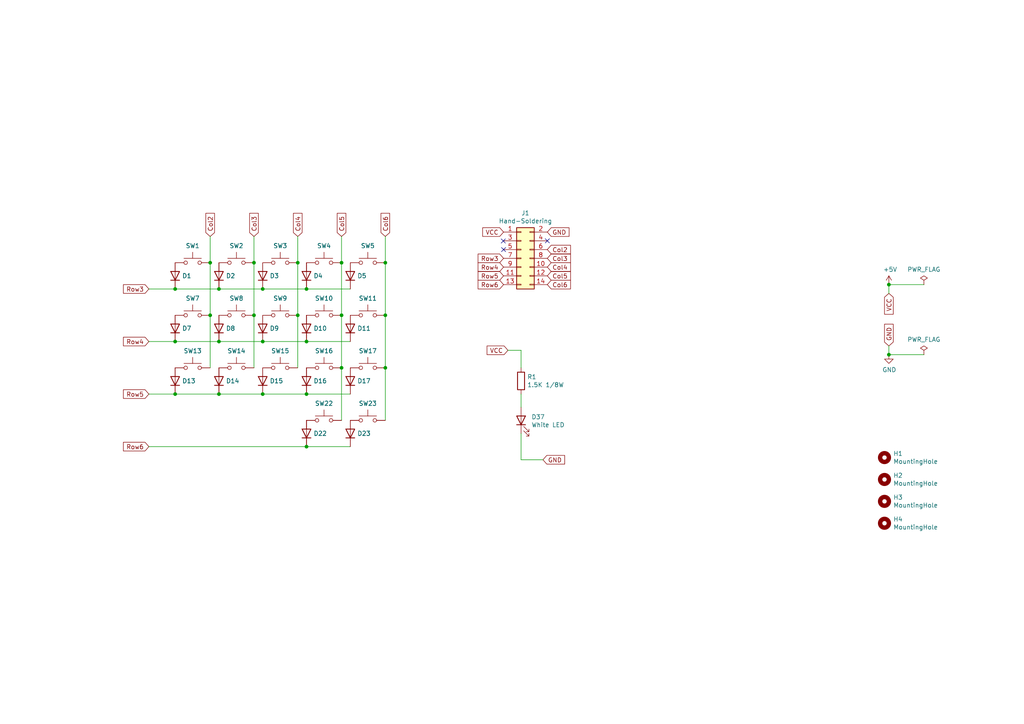
<source format=kicad_sch>
(kicad_sch (version 20211123) (generator eeschema)
  (paper "A4")
  (title_block (title "Pragmatic Input Module") (date "2021-11-20") (rev "v0.2") (company "Designed by James Sa"))
  (lib_symbols
    (symbol "Connector_Generic:Conn_02x07_Odd_Even" (pin_names (offset 1.016) hide)
      (property "Reference" "J" (at 1.27 10.16 0))
      (property "Value" "Conn_02x07_Odd_Even" (at 1.27 -10.16 0))
      (symbol "Conn_02x07_Odd_Even_1_1"
        (rectangle (start -1.27 -7.493) (end 0 -7.747) (stroke (width 0.1524)))
        (rectangle (start -1.27 -4.953) (end 0 -5.207) (stroke (width 0.1524)))
        (rectangle (start -1.27 -2.413) (end 0 -2.667) (stroke (width 0.1524)))
        (rectangle (start -1.27 0.127) (end 0 -0.127) (stroke (width 0.1524)))
        (rectangle (start -1.27 2.667) (end 0 2.413) (stroke (width 0.1524)))
        (rectangle (start -1.27 5.207) (end 0 4.953) (stroke (width 0.1524)))
        (rectangle (start -1.27 7.747) (end 0 7.493) (stroke (width 0.1524)))
        (rectangle (start -1.27 8.89) (end 3.81 -8.89) (stroke (width 0.254)) (fill (type background)))
        (rectangle (start 3.81 -7.493) (end 2.54 -7.747) (stroke (width 0.1524)))
        (rectangle (start 3.81 -4.953) (end 2.54 -5.207) (stroke (width 0.1524)))
        (rectangle (start 3.81 -2.413) (end 2.54 -2.667) (stroke (width 0.1524)))
        (rectangle (start 3.81 0.127) (end 2.54 -0.127) (stroke (width 0.1524)))
        (rectangle (start 3.81 2.667) (end 2.54 2.413) (stroke (width 0.1524)))
        (rectangle (start 3.81 5.207) (end 2.54 4.953) (stroke (width 0.1524)))
        (rectangle (start 3.81 7.747) (end 2.54 7.493) (stroke (width 0.1524)))
        (pin passive line (at -5.08 7.62 0) (length 3.81) (name "Pin_1") (number "1"))
        (pin passive line (at 7.62 -2.54 180) (length 3.81) (name "Pin_10") (number "10"))
        (pin passive line (at -5.08 -5.08 0) (length 3.81) (name "Pin_11") (number "11"))
        (pin passive line (at 7.62 -5.08 180) (length 3.81) (name "Pin_12") (number "12"))
        (pin passive line (at -5.08 -7.62 0) (length 3.81) (name "Pin_13") (number "13"))
        (pin passive line (at 7.62 -7.62 180) (length 3.81) (name "Pin_14") (number "14"))
        (pin passive line (at 7.62 7.62 180) (length 3.81) (name "Pin_2") (number "2"))
        (pin passive line (at -5.08 5.08 0) (length 3.81) (name "Pin_3") (number "3"))
        (pin passive line (at 7.62 5.08 180) (length 3.81) (name "Pin_4") (number "4"))
        (pin passive line (at -5.08 2.54 0) (length 3.81) (name "Pin_5") (number "5"))
        (pin passive line (at 7.62 2.54 180) (length 3.81) (name "Pin_6") (number "6"))
        (pin passive line (at -5.08 0 0) (length 3.81) (name "Pin_7") (number "7"))
        (pin passive line (at 7.62 0 180) (length 3.81) (name "Pin_8") (number "8"))
        (pin passive line (at -5.08 -2.54 0) (length 3.81) (name "Pin_9") (number "9"))
      )
    )
    (symbol "Device:D" (pin_numbers hide) (pin_names (offset 1.016) hide)
      (property "Reference" "D" (at 0 2.54 0))
      (property "Value" "D" (at 0 -2.54 0))
      (symbol "D_0_1"
        (polyline (pts (xy -1.27 1.27) (xy -1.27 -1.27)) (stroke (width 0.254)))
        (polyline (pts (xy 1.27 0) (xy -1.27 0)))
        (polyline (pts (xy 1.27 1.27) (xy 1.27 -1.27) (xy -1.27 0) (xy 1.27 1.27)) (stroke (width 0.254)))
      )
      (symbol "D_1_1"
        (pin passive line (at -3.81 0 0) (length 2.54) (name "K") (number "1"))
        (pin passive line (at 3.81 0 180) (length 2.54) (name "A") (number "2"))
      )
    )
    (symbol "Device:LED" (pin_numbers hide) (pin_names (offset 1.016) hide)
      (property "Reference" "D" (at 0 2.54 0))
      (property "Value" "LED" (at 0 -2.54 0))
      (symbol "LED_0_1"
        (polyline (pts (xy -1.27 -1.27) (xy -1.27 1.27)) (stroke (width 0.254)))
        (polyline (pts (xy -1.27 0) (xy 1.27 0)))
        (polyline (pts (xy 1.27 -1.27) (xy 1.27 1.27) (xy -1.27 0) (xy 1.27 -1.27)) (stroke (width 0.254)))
        (polyline (pts (xy -3.048 -0.762) (xy -4.572 -2.286) (xy -3.81 -2.286) (xy -4.572 -2.286) (xy -4.572 -1.524)))
        (polyline (pts (xy -1.778 -0.762) (xy -3.302 -2.286) (xy -2.54 -2.286) (xy -3.302 -2.286) (xy -3.302 -1.524)))
      )
      (symbol "LED_1_1"
        (pin passive line (at -3.81 0 0) (length 2.54) (name "K") (number "1"))
        (pin passive line (at 3.81 0 180) (length 2.54) (name "A") (number "2"))
      )
    )
    (symbol "Device:R" (pin_numbers hide) (pin_names (offset 0))
      (property "Reference" "R" (at 2.032 0 90))
      (property "Value" "R" (at 0 0 90))
      (symbol "R_0_1"
        (rectangle (start -1.016 -2.54) (end 1.016 2.54) (stroke (width 0.254)))
      )
      (symbol "R_1_1"
        (pin passive line (at 0 3.81 270) (length 1.27) (name "~") (number "1"))
        (pin passive line (at 0 -3.81 90) (length 1.27) (name "~") (number "2"))
      )
    )
    (symbol "Mechanical:MountingHole" (pin_names (offset 1.016))
      (property "Reference" "H" (at 0 5.08 0))
      (property "Value" "MountingHole" (at 0 3.175 0))
      (symbol "MountingHole_0_1"
        (circle (center 0 0) (radius 1.27) (stroke (width 1.27)))
      )
    )
    (symbol "Switch:SW_Push" (pin_numbers hide) (pin_names (offset 1.016) hide)
      (property "Reference" "SW" (at 1.27 2.54 0))
      (property "Value" "SW_Push" (at 0 -1.524 0))
      (symbol "SW_Push_0_1"
        (circle (center -2.032 0) (radius 0.508))
        (polyline (pts (xy 0 1.27) (xy 0 3.048)))
        (polyline (pts (xy 2.54 1.27) (xy -2.54 1.27)))
        (circle (center 2.032 0) (radius 0.508))
        (pin passive line (at -5.08 0 0) (length 2.54) (name "1") (number "1"))
        (pin passive line (at 5.08 0 180) (length 2.54) (name "2") (number "2"))
      )
    )
    (symbol "power:+5V" (power) (pin_names (offset 0))
      (property "Value" "+5V" (at 0 3.556 0))
      (symbol "+5V_0_1"
        (polyline (pts (xy -0.762 1.27) (xy 0 2.54)))
        (polyline (pts (xy 0 0) (xy 0 2.54)))
        (polyline (pts (xy 0 2.54) (xy 0.762 1.27)))
      )
      (symbol "+5V_1_1"
        (pin power_in line (at 0 0 90) (length 0) hide (name "+5V") (number "1"))
      )
    )
    (symbol "power:GND" (power) (pin_names (offset 0))
      (property "Value" "GND" (at 0 -3.81 0))
      (symbol "GND_0_1"
        (polyline (pts (xy 0 0) (xy 0 -1.27) (xy 1.27 -1.27) (xy 0 -2.54) (xy -1.27 -1.27) (xy 0 -1.27)))
      )
      (symbol "GND_1_1"
        (pin power_in line (at 0 0 270) (length 0) hide (name "GND") (number "1"))
      )
    )
    (symbol "power:PWR_FLAG" (power) (pin_numbers hide) (pin_names (offset 0) hide)
      (property "Value" "PWR_FLAG" (at 0 3.81 0))
      (symbol "PWR_FLAG_0_0"
        (pin power_out line (at 0 0 90) (length 0) (name "pwr") (number "1"))
      )
      (symbol "PWR_FLAG_0_1"
        (polyline (pts (xy 0 0) (xy 0 1.27) (xy -1.016 1.905) (xy 0 2.54) (xy 1.016 1.905) (xy 0 1.27)))
      )
    )
  )
  (junction (at 50.8 83.82))
  (junction (at 88.9 129.54))
  (junction (at 63.5 114.3))
  (junction (at 86.36 91.44))
  (junction (at 76.2 114.3))
  (junction (at 257.81 102.87))
  (junction (at 257.81 82.55))
  (junction (at 99.06 91.44))
  (junction (at 76.2 83.82))
  (junction (at 73.66 76.2))
  (junction (at 76.2 99.06))
  (junction (at 73.66 91.44))
  (junction (at 88.9 114.3))
  (junction (at 88.9 83.82))
  (junction (at 111.76 106.68))
  (junction (at 111.76 76.2))
  (junction (at 50.8 99.06))
  (junction (at 60.96 76.2))
  (junction (at 99.06 76.2))
  (junction (at 99.06 106.68))
  (junction (at 63.5 99.06))
  (junction (at 50.8 114.3))
  (junction (at 88.9 99.06))
  (junction (at 60.96 91.44))
  (junction (at 111.76 91.44))
  (junction (at 86.36 76.2))
  (junction (at 63.5 83.82))
  (no_connect (at 146.05 72.39))
  (no_connect (at 158.75 69.85))
  (no_connect (at 145.9738 69.9008))
  (wire (pts (xy 76.2 83.82) (xy 88.9 83.82)))
  (wire (pts (xy 111.76 76.2) (xy 111.76 91.44)))
  (wire (pts (xy 99.06 106.68) (xy 99.06 121.92)))
  (wire (pts (xy 111.76 91.44) (xy 111.76 106.68)))
  (wire (pts (xy 76.2 114.3) (xy 88.9 114.3)))
  (wire (pts (xy 60.96 91.44) (xy 60.96 106.68)))
  (wire (pts (xy 99.06 68.58) (xy 99.06 76.2)))
  (wire (pts (xy 50.8 83.82) (xy 63.5 83.82)))
  (wire (pts (xy 257.81 82.55) (xy 267.97 82.55)))
  (wire (pts (xy 60.96 68.58) (xy 60.96 76.2)))
  (wire (pts (xy 147.32 101.6) (xy 151.13 101.6)))
  (wire (pts (xy 60.96 76.2) (xy 60.96 91.44)))
  (wire (pts (xy 63.5 99.06) (xy 76.2 99.06)))
  (wire (pts (xy 50.8 114.3) (xy 63.5 114.3)))
  (wire (pts (xy 73.66 91.44) (xy 73.66 106.68)))
  (wire (pts (xy 88.9 83.82) (xy 101.6 83.82)))
  (wire (pts (xy 86.36 91.44) (xy 86.36 106.68)))
  (wire (pts (xy 50.8 99.06) (xy 63.5 99.06)))
  (wire (pts (xy 145.9738 69.9008) (xy 146.05 69.85)))
  (wire (pts (xy 86.36 68.58) (xy 86.36 76.2)))
  (wire (pts (xy 257.81 100.33) (xy 257.81 102.87)))
  (wire (pts (xy 88.9 99.06) (xy 101.6 99.06)))
  (wire (pts (xy 151.13 125.73) (xy 151.13 133.35)))
  (wire (pts (xy 88.9 114.3) (xy 101.6 114.3)))
  (wire (pts (xy 43.18 129.54) (xy 88.9 129.54)))
  (wire (pts (xy 43.18 114.3) (xy 50.8 114.3)))
  (wire (pts (xy 99.06 76.2) (xy 99.06 91.44)))
  (wire (pts (xy 99.06 91.44) (xy 99.06 106.68)))
  (wire (pts (xy 111.76 106.68) (xy 111.76 121.92)))
  (wire (pts (xy 111.76 68.58) (xy 111.76 76.2)))
  (wire (pts (xy 86.36 76.2) (xy 86.36 91.44)))
  (wire (pts (xy 76.2 99.06) (xy 88.9 99.06)))
  (wire (pts (xy 63.5 114.3) (xy 76.2 114.3)))
  (wire (pts (xy 151.13 114.3) (xy 151.13 118.11)))
  (wire (pts (xy 63.5 83.82) (xy 76.2 83.82)))
  (wire (pts (xy 257.81 82.55) (xy 257.81 85.09)))
  (wire (pts (xy 267.97 102.87) (xy 257.81 102.87)))
  (wire (pts (xy 88.9 129.54) (xy 101.6 129.54)))
  (wire (pts (xy 151.13 133.35) (xy 157.48 133.35)))
  (wire (pts (xy 73.66 76.2) (xy 73.66 91.44)))
  (wire (pts (xy 43.18 83.82) (xy 50.8 83.82)))
  (wire (pts (xy 73.66 68.58) (xy 73.66 76.2)))
  (wire (pts (xy 151.13 101.6) (xy 151.13 106.68)))
  (wire (pts (xy 43.18 99.06) (xy 50.8 99.06)))
  (global_label "GND" (shape input) (at 257.81 100.33 90) (property "Intersheet References" "${INTERSHEET_REFS}" (effects hide)))
  (global_label "VCC" (shape input) (at 257.81 85.09 270) (property "Intersheet References" "${INTERSHEET_REFS}" (effects hide)))
  (global_label "Row5" (shape input) (at 43.18 114.3 180) (property "Intersheet References" "${INTERSHEET_REFS}" (effects hide)))
  (global_label "Row3" (shape input) (at 146.05 74.93 180) (property "Intersheet References" "${INTERSHEET_REFS}" (effects hide)))
  (global_label "Row4" (shape input) (at 146.05 77.47 180) (property "Intersheet References" "${INTERSHEET_REFS}" (effects hide)))
  (global_label "Col4" (shape input) (at 158.75 77.47 0) (property "Intersheet References" "${INTERSHEET_REFS}" (effects hide)))
  (global_label "Col2" (shape input) (at 158.75 72.39 0) (property "Intersheet References" "${INTERSHEET_REFS}" (effects hide)))
  (global_label "Row6" (shape input) (at 43.18 129.54 180) (property "Intersheet References" "${INTERSHEET_REFS}" (effects hide)))
  (global_label "Col4" (shape input) (at 86.36 68.58 90) (property "Intersheet References" "${INTERSHEET_REFS}" (effects hide)))
  (global_label "GND" (shape input) (at 158.75 67.31 0) (property "Intersheet References" "${INTERSHEET_REFS}" (effects hide)))
  (global_label "Col6" (shape input) (at 158.75 82.55 0) (property "Intersheet References" "${INTERSHEET_REFS}" (effects hide)))
  (global_label "Col2" (shape input) (at 60.96 68.58 90) (property "Intersheet References" "${INTERSHEET_REFS}" (effects hide)))
  (global_label "Col3" (shape input) (at 158.75 74.93 0) (property "Intersheet References" "${INTERSHEET_REFS}" (effects hide)))
  (global_label "Row5" (shape input) (at 146.05 80.01 180) (property "Intersheet References" "${INTERSHEET_REFS}" (effects hide)))
  (global_label "Row6" (shape input) (at 146.05 82.55 180) (property "Intersheet References" "${INTERSHEET_REFS}" (effects hide)))
  (global_label "Col6" (shape input) (at 111.76 68.58 90) (property "Intersheet References" "${INTERSHEET_REFS}" (effects hide)))
  (global_label "GND" (shape input) (at 157.48 133.35 0) (property "Intersheet References" "${INTERSHEET_REFS}" (effects hide)))
  (global_label "VCC" (shape input) (at 146.05 67.31 180) (property "Intersheet References" "${INTERSHEET_REFS}" (effects hide)))
  (global_label "Row3" (shape input) (at 43.18 83.82 180) (property "Intersheet References" "${INTERSHEET_REFS}" (effects hide)))
  (global_label "Col3" (shape input) (at 73.66 68.58 90) (property "Intersheet References" "${INTERSHEET_REFS}" (effects hide)))
  (global_label "Row4" (shape input) (at 43.18 99.06 180) (property "Intersheet References" "${INTERSHEET_REFS}" (effects hide)))
  (global_label "VCC" (shape input) (at 147.32 101.6 180) (property "Intersheet References" "${INTERSHEET_REFS}" (effects hide)))
  (global_label "Col5" (shape input) (at 158.75 80.01 0) (property "Intersheet References" "${INTERSHEET_REFS}" (effects hide)))
  (global_label "Col5" (shape input) (at 99.06 68.58 90) (property "Intersheet References" "${INTERSHEET_REFS}" (effects hide)))
  (symbol (lib_id "power:+5V") (at 257.81 82.55 0) (unit 1)
    (property "Reference" "#PWR01" (effects hide))
    (property "Value" "+5V" (at 258.191 78.1558 0))
  )
  (symbol (lib_id "power:PWR_FLAG") (at 267.97 82.55 0) (unit 1)
    (property "Reference" "#FLG0101" (effects hide))
    (property "Value" "PWR_FLAG" (at 267.97 78.1558 0))
  )
  (symbol (lib_id "Device:D") (at 50.8 95.25 90) (unit 1)
    (property "Reference" "D7" (at 52.832 95.25 90) (effects (justify right)))
    (property "Value" "1N4148" (effects hide))
    (property "Footprint" "Keyboard_Foostan:D3_SMD_v2" (effects hide))
    (property "LCSC" "C81598" (effects hide))
  )
  (symbol (lib_id "Switch:SW_Push") (at 55.88 91.44 0) (unit 1)
    (property "Reference" "SW7" (at 55.88 86.5378 0))
    (property "Value" "SW_Push" (effects hide))
    (property "Footprint" "Keyboard_JSA:MX_Hotswap_Choc_Solder" (effects hide))
  )
  (symbol (lib_id "power:PWR_FLAG") (at 267.97 102.87 0) (unit 1)
    (property "Reference" "#FLG0102" (effects hide))
    (property "Value" "PWR_FLAG" (at 267.97 98.4758 0))
  )
  (symbol (lib_id "Device:D") (at 63.5 95.25 90) (unit 1)
    (property "Reference" "D8" (at 65.532 95.25 90) (effects (justify right)))
    (property "Value" "1N4148" (effects hide))
    (property "Footprint" "Keyboard_Foostan:D3_SMD_v2" (effects hide))
    (property "LCSC" "C81598" (effects hide))
  )
  (symbol (lib_id "Switch:SW_Push") (at 68.58 91.44 0) (unit 1)
    (property "Reference" "SW8" (at 68.58 86.5378 0))
    (property "Value" "SW_Push" (effects hide))
    (property "Footprint" "Keyboard_JSA:MX_Hotswap_Choc_Solder" (effects hide))
  )
  (symbol (lib_id "power:GND") (at 257.81 102.87 0) (unit 1)
    (property "Reference" "#PWR02" (effects hide))
    (property "Value" "GND" (at 257.937 107.2642 0))
  )
  (symbol (lib_id "Device:D") (at 76.2 80.01 90) (unit 1)
    (property "Reference" "D3" (at 78.232 80.01 90) (effects (justify right)))
    (property "Value" "1N4148" (effects hide))
    (property "Footprint" "Keyboard_Foostan:D3_SMD_v2" (effects hide))
    (property "LCSC" "C81598" (effects hide))
  )
  (symbol (lib_id "Switch:SW_Push") (at 81.28 76.2 0) (unit 1)
    (property "Reference" "SW3" (at 81.28 71.2978 0))
    (property "Value" "SW_Push" (effects hide))
    (property "Footprint" "Keyboard_JSA:MX_Hotswap_Choc_Solder" (effects hide))
  )
  (symbol (lib_id "Device:D") (at 88.9 80.01 90) (unit 1)
    (property "Reference" "D4" (at 90.932 80.01 90) (effects (justify right)))
    (property "Value" "1N4148" (effects hide))
    (property "Footprint" "Keyboard_Foostan:D3_SMD_v2" (effects hide))
    (property "LCSC" "C81598" (effects hide))
  )
  (symbol (lib_id "Switch:SW_Push") (at 93.98 76.2 0) (unit 1)
    (property "Reference" "SW4" (at 93.98 71.2978 0))
    (property "Value" "SW_Push" (effects hide))
    (property "Footprint" "Keyboard_JSA:MX_Hotswap_Choc_Solder" (effects hide))
  )
  (symbol (lib_id "Device:D") (at 101.6 80.01 90) (unit 1)
    (property "Reference" "D5" (at 103.632 80.01 90) (effects (justify right)))
    (property "Value" "1N4148" (effects hide))
    (property "Footprint" "Keyboard_Foostan:D3_SMD_v2" (effects hide))
    (property "LCSC" "C81598" (effects hide))
  )
  (symbol (lib_id "Switch:SW_Push") (at 106.68 76.2 0) (unit 1)
    (property "Reference" "SW5" (at 106.68 71.2978 0))
    (property "Value" "SW_Push" (effects hide))
    (property "Footprint" "Keyboard_JSA:MX_Hotswap_Choc_Solder" (effects hide))
  )
  (symbol (lib_id "Device:D") (at 50.8 80.01 90) (unit 1)
    (property "Reference" "D1" (at 52.832 80.01 90) (effects (justify right)))
    (property "Value" "1N4148" (effects hide))
    (property "Footprint" "Keyboard_Foostan:D3_SMD_v2" (effects hide))
    (property "Datasheet" "https://datasheet.lcsc.com/lcsc/1811061725_ST-Semtech-1N4148W_C81598.pdf" (effects hide))
    (property "LCSC" "C81598" (effects hide))
  )
  (symbol (lib_id "Switch:SW_Push") (at 55.88 76.2 0) (unit 1)
    (property "Reference" "SW1" (at 55.88 71.2978 0))
    (property "Value" "SW_Push" (effects hide))
    (property "Footprint" "Keyboard_JSA:MX_Hotswap_Choc_Solder" (effects hide))
  )
  (symbol (lib_id "Device:D") (at 63.5 80.01 90) (unit 1)
    (property "Reference" "D2" (at 65.532 80.01 90) (effects (justify right)))
    (property "Value" "1N4148" (effects hide))
    (property "Footprint" "Keyboard_Foostan:D3_SMD_v2" (effects hide))
    (property "LCSC" "C81598" (effects hide))
  )
  (symbol (lib_id "Switch:SW_Push") (at 68.58 76.2 0) (unit 1)
    (property "Reference" "SW2" (at 68.58 71.2978 0))
    (property "Value" "SW_Push" (effects hide))
    (property "Footprint" "Keyboard_JSA:MX_Hotswap_Choc_Solder" (effects hide))
  )
  (symbol (lib_id "Device:D") (at 76.2 95.25 90) (unit 1)
    (property "Reference" "D9" (at 78.232 95.25 90) (effects (justify right)))
    (property "Value" "1N4148" (effects hide))
    (property "Footprint" "Keyboard_Foostan:D3_SMD_v2" (effects hide))
    (property "LCSC" "C81598" (effects hide))
  )
  (symbol (lib_id "Switch:SW_Push") (at 81.28 91.44 0) (unit 1)
    (property "Reference" "SW9" (at 81.28 86.5378 0))
    (property "Value" "SW_Push" (effects hide))
    (property "Footprint" "Keyboard_JSA:MX_Hotswap_Choc_Solder" (effects hide))
  )
  (symbol (lib_id "Device:D") (at 88.9 95.25 90) (unit 1)
    (property "Reference" "D10" (at 90.932 95.25 90) (effects (justify right)))
    (property "Value" "1N4148" (effects hide))
    (property "Footprint" "Keyboard_Foostan:D3_SMD_v2" (effects hide))
    (property "LCSC" "C81598" (effects hide))
  )
  (symbol (lib_id "Switch:SW_Push") (at 93.98 91.44 0) (unit 1)
    (property "Reference" "SW10" (at 93.98 86.5378 0))
    (property "Value" "SW_Push" (effects hide))
    (property "Footprint" "Keyboard_JSA:MX_Hotswap_Choc_Solder" (effects hide))
  )
  (symbol (lib_id "Device:D") (at 101.6 95.25 90) (unit 1)
    (property "Reference" "D11" (at 103.632 95.25 90) (effects (justify right)))
    (property "Value" "1N4148" (effects hide))
    (property "Footprint" "Keyboard_Foostan:D3_SMD_v2" (effects hide))
    (property "LCSC" "C81598" (effects hide))
  )
  (symbol (lib_id "Switch:SW_Push") (at 106.68 91.44 0) (unit 1)
    (property "Reference" "SW11" (at 106.68 86.5378 0))
    (property "Value" "SW_Push" (effects hide))
    (property "Footprint" "Keyboard_JSA:MX_Hotswap_Choc_Solder" (effects hide))
  )
  (symbol (lib_id "Device:D") (at 63.5 110.49 90) (unit 1)
    (property "Reference" "D14" (at 65.532 110.49 90) (effects (justify right)))
    (property "Value" "1N4148" (effects hide))
    (property "Footprint" "Keyboard_Foostan:D3_SMD_v2" (effects hide))
    (property "LCSC" "C81598" (effects hide))
  )
  (symbol (lib_id "Switch:SW_Push") (at 68.58 106.68 0) (unit 1)
    (property "Reference" "SW14" (at 68.58 101.7778 0))
    (property "Value" "SW_Push" (effects hide))
    (property "Footprint" "Keyboard_JSA:MX_Hotswap_Choc_Solder" (effects hide))
  )
  (symbol (lib_id "Device:D") (at 76.2 110.49 90) (unit 1)
    (property "Reference" "D15" (at 78.232 110.49 90) (effects (justify right)))
    (property "Value" "1N4148" (effects hide))
    (property "Footprint" "Keyboard_Foostan:D3_SMD_v2" (effects hide))
    (property "LCSC" "C81598" (effects hide))
  )
  (symbol (lib_id "Switch:SW_Push") (at 81.28 106.68 0) (unit 1)
    (property "Reference" "SW15" (at 81.28 101.7778 0))
    (property "Value" "SW_Push" (effects hide))
    (property "Footprint" "Keyboard_JSA:MX_Hotswap_Choc_Solder" (effects hide))
  )
  (symbol (lib_id "Device:D") (at 88.9 110.49 90) (unit 1)
    (property "Reference" "D16" (at 90.932 110.49 90) (effects (justify right)))
    (property "Value" "1N4148" (effects hide))
    (property "Footprint" "Keyboard_Foostan:D3_SMD_v2" (effects hide))
    (property "LCSC" "C81598" (effects hide))
  )
  (symbol (lib_id "Switch:SW_Push") (at 93.98 106.68 0) (unit 1)
    (property "Reference" "SW16" (at 93.98 101.7778 0))
    (property "Value" "SW_Push" (effects hide))
    (property "Footprint" "Keyboard_JSA:MX_Hotswap_Choc_Solder" (effects hide))
  )
  (symbol (lib_id "Device:D") (at 101.6 110.49 90) (unit 1)
    (property "Reference" "D17" (at 103.632 110.49 90) (effects (justify right)))
    (property "Value" "1N4148" (effects hide))
    (property "Footprint" "Keyboard_Foostan:D3_SMD_v2" (effects hide))
    (property "LCSC" "C81598" (effects hide))
  )
  (symbol (lib_id "Switch:SW_Push") (at 106.68 106.68 0) (unit 1)
    (property "Reference" "SW17" (at 106.68 101.7778 0))
    (property "Value" "SW_Push" (effects hide))
    (property "Footprint" "Keyboard_JSA:MX_Hotswap_Choc_Solder" (effects hide))
  )
  (symbol (lib_id "Device:D") (at 50.8 110.49 90) (unit 1)
    (property "Reference" "D13" (at 52.832 110.49 90) (effects (justify right)))
    (property "Value" "1N4148" (effects hide))
    (property "Footprint" "Keyboard_Foostan:D3_SMD_v2" (effects hide))
    (property "LCSC" "C81598" (effects hide))
  )
  (symbol (lib_id "Switch:SW_Push") (at 55.88 106.68 0) (unit 1)
    (property "Reference" "SW13" (at 55.88 101.7778 0))
    (property "Value" "SW_Push" (effects hide))
    (property "Footprint" "Keyboard_JSA:MX_Hotswap_Choc_Solder" (effects hide))
  )
  (symbol (lib_id "Device:D") (at 88.9 125.73 90) (unit 1)
    (property "Reference" "D22" (at 90.932 125.73 90) (effects (justify right)))
    (property "Value" "1N4148" (effects hide))
    (property "Footprint" "Keyboard_Foostan:D3_SMD_v2" (effects hide))
    (property "LCSC" "C81598" (effects hide))
  )
  (symbol (lib_id "Switch:SW_Push") (at 93.98 121.92 0) (unit 1)
    (property "Reference" "SW22" (at 93.98 117.0178 0))
    (property "Value" "SW_Push" (effects hide))
    (property "Footprint" "Keyboard_JSA:MX_Hotswap_Choc_Solder" (effects hide))
  )
  (symbol (lib_id "Device:D") (at 101.6 125.73 90) (unit 1)
    (property "Reference" "D23" (at 103.632 125.73 90) (effects (justify right)))
    (property "Value" "1N4148" (effects hide))
    (property "Footprint" "Keyboard_Foostan:D3_SMD_v2" (effects hide))
    (property "LCSC" "C81598" (effects hide))
  )
  (symbol (lib_id "Switch:SW_Push") (at 106.68 121.92 0) (unit 1)
    (property "Reference" "SW23" (at 106.68 117.0178 0))
    (property "Value" "SW_Push" (effects hide))
    (property "Footprint" "Keyboard_JSA:MX_Hotswap_Choc_Solder" (effects hide))
  )
  (symbol (lib_id "Device:R") (at 151.13 110.49 0) (unit 1)
    (property "Reference" "R1" (at 152.908 109.3216 0) (effects (justify left)))
    (property "Value" "1.5K 1/8W" (at 152.908 111.633 0) (effects (justify left)))
    (property "Footprint" "Resistor_SMD:R_0805_2012Metric_Pad1.20x1.40mm_HandSolder" (effects hide))
    (property "Datasheet" "https://datasheet.lcsc.com/lcsc/1810281220_UNI-ROYAL-Uniroyal-Elec-0805W8F1501T5E_C4310.pdf" (effects hide))
    (property "LCSC" "C4310" (effects hide))
  )
  (symbol (lib_id "Device:LED") (at 151.13 121.92 90) (unit 1)
    (property "Reference" "D37" (at 154.1272 120.9294 90) (effects (justify right)))
    (property "Value" "White LED" (at 154.1272 123.2408 90) (effects (justify right)))
    (property "Footprint" "LED_SMD:LED_0805_2012Metric_Pad1.15x1.40mm_HandSolder" (effects hide))
    (property "Datasheet" "https://datasheet.lcsc.com/lcsc/1912111437_Yongyu-Photoelectric-SZYY0805W_C434434.pdf" (effects hide))
    (property "LCSC" "C434434" (effects hide))
  )
  (symbol (lib_id "Connector_Generic:Conn_02x07_Odd_Even") (at 151.13 74.93 0) (unit 1)
    (property "Reference" "J1" (at 152.4 61.7982 0))
    (property "Value" "Hand-Soldering" (at 152.4 64.1096 0))
    (property "Footprint" "Connector_IDC:IDC-Header_2x07_P2.54mm_Vertical" (effects hide))
    (property "LCSC" "C3406" (effects hide))
  )
  (symbol (lib_id "Mechanical:MountingHole") (at 256.54 132.715 0) (unit 1)
    (property "Reference" "H1" (at 259.08 131.5466 0) (effects (justify left)))
    (property "Value" "MountingHole" (at 259.08 133.858 0) (effects (justify left)))
    (property "Footprint" "MountingHole:MountingHole_2.5mm" (effects hide))
  )
  (symbol (lib_id "Mechanical:MountingHole") (at 256.54 139.065 0) (unit 1)
    (property "Reference" "H2" (at 259.08 137.8966 0) (effects (justify left)))
    (property "Value" "MountingHole" (at 259.08 140.208 0) (effects (justify left)))
    (property "Footprint" "MountingHole:MountingHole_2.5mm" (effects hide))
  )
  (symbol (lib_id "Mechanical:MountingHole") (at 256.54 145.415 0) (unit 1)
    (property "Reference" "H3" (at 259.08 144.2466 0) (effects (justify left)))
    (property "Value" "MountingHole" (at 259.08 146.558 0) (effects (justify left)))
    (property "Footprint" "MountingHole:MountingHole_2.5mm" (effects hide))
  )
  (symbol (lib_id "Mechanical:MountingHole") (at 256.54 151.765 0) (unit 1)
    (property "Reference" "H4" (at 259.08 150.5966 0) (effects (justify left)))
    (property "Value" "MountingHole" (at 259.08 152.908 0) (effects (justify left)))
    (property "Footprint" "MountingHole:MountingHole_2.5mm" (effects hide))
  )
)
</source>
